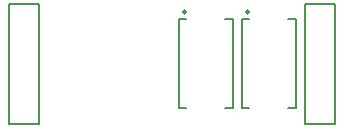
<source format=gbo>
G04 Layer_Color=32896*
%FSLAX23Y23*%
%MOIN*%
G70*
G01*
G75*
%ADD20C,0.010*%
%ADD21C,0.008*%
D20*
X539Y23D02*
G03*
X539Y23I-5J0D01*
G01*
X749D02*
G03*
X749Y23I-5J0D01*
G01*
D21*
X516Y-298D02*
Y-2D01*
X694Y-298D02*
Y-2D01*
X516D02*
X540D01*
X516Y-298D02*
X540D01*
X670Y-2D02*
X694D01*
X670Y-298D02*
X694D01*
X726D02*
Y-2D01*
X904Y-298D02*
Y-2D01*
X726D02*
X750D01*
X726Y-298D02*
X750D01*
X880Y-2D02*
X904D01*
X880Y-298D02*
X904D01*
X934Y-350D02*
X1034D01*
Y50D01*
X934Y-350D02*
Y50D01*
X1034D01*
X-50Y-350D02*
X50D01*
Y50D01*
X-50Y-350D02*
Y50D01*
X50D01*
M02*

</source>
